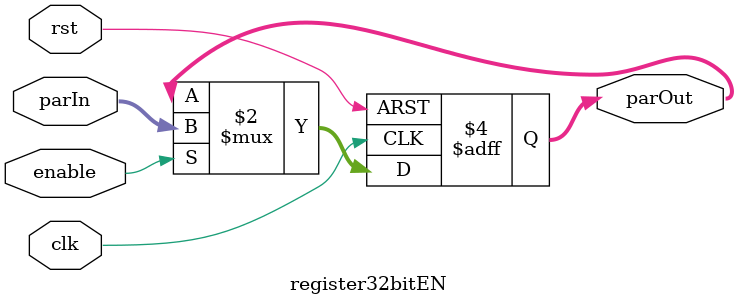
<source format=v>
module register32bit(parIn, clk, rst, parOut);
    input [31:0] parIn;
    input clk, rst;

    output reg [31:0] parOut;
    
    always @(posedge clk , posedge rst) begin
        if(rst)
            parOut <= {32{1'b0}};
        else
            parOut <= parIn;
    end

endmodule

module register32bitEN(parIn, clk, rst,enable ,parOut);
    input [31:0] parIn;
    input clk, rst,enable;

    output reg [31:0] parOut;
    
    always @(posedge clk , posedge rst) begin
        if(rst)
            parOut <= {32{1'b0}};
        else if(enable)
            parOut <= parIn;
    end

endmodule
</source>
